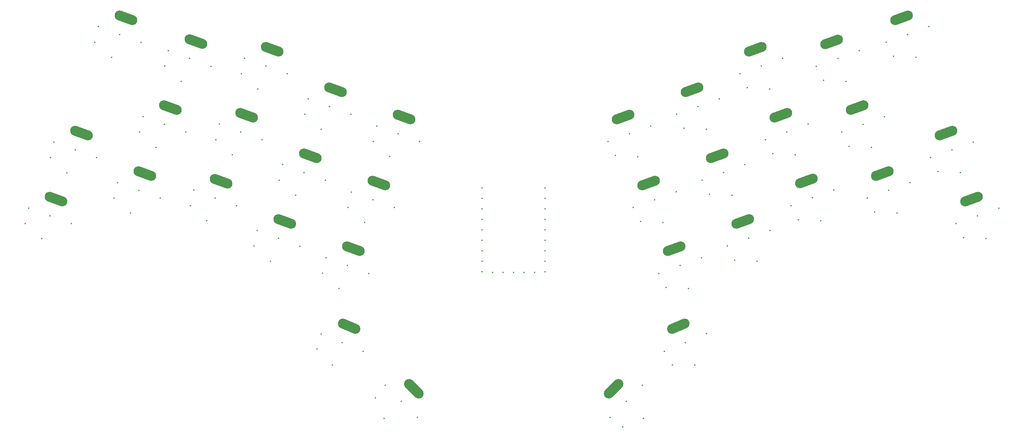
<source format=gtl>
%TF.GenerationSoftware,KiCad,Pcbnew,(6.0.11)*%
%TF.CreationDate,2024-03-25T22:13:46+09:00*%
%TF.ProjectId,gku34-bottom-plate,676b7533-342d-4626-9f74-746f6d2d706c,rev?*%
%TF.SameCoordinates,Original*%
%TF.FileFunction,Copper,L1,Top*%
%TF.FilePolarity,Positive*%
%FSLAX46Y46*%
G04 Gerber Fmt 4.6, Leading zero omitted, Abs format (unit mm)*
G04 Created by KiCad (PCBNEW (6.0.11)) date 2024-03-25 22:13:46*
%MOMM*%
%LPD*%
G01*
G04 APERTURE LIST*
G04 Aperture macros list*
%AMHorizOval*
0 Thick line with rounded ends*
0 $1 width*
0 $2 $3 position (X,Y) of the first rounded end (center of the circle)*
0 $4 $5 position (X,Y) of the second rounded end (center of the circle)*
0 Add line between two ends*
20,1,$1,$2,$3,$4,$5,0*
0 Add two circle primitives to create the rounded ends*
1,1,$1,$2,$3*
1,1,$1,$4,$5*%
G04 Aperture macros list end*
%ADD10HorizOval,2.399999X-1.550493X-0.564333X1.550493X0.564333X0*%
%ADD11C,0.350000*%
%ADD12HorizOval,2.399999X-1.550493X0.564333X1.550493X-0.564333X0*%
%ADD13HorizOval,2.399999X-1.166726X-1.166726X1.166726X1.166726X0*%
%ADD14HorizOval,2.399999X-1.166726X1.166726X1.166726X-1.166726X0*%
%ADD15HorizOval,2.399999X-1.518833X0.644706X1.518833X-0.644706X0*%
%ADD16HorizOval,2.399999X-1.518833X-0.644706X1.518833X0.644706X0*%
G04 APERTURE END LIST*
D10*
X198000000Y-32670000D03*
D11*
X201494762Y-42271779D03*
X204645152Y-34846482D03*
X196078056Y-42008526D03*
X194308534Y-38608704D03*
X199476843Y-36727593D03*
X65242081Y-74234186D03*
X62091691Y-66808889D03*
X67260000Y-68690000D03*
X61261860Y-70550731D03*
X72428309Y-70571111D03*
D12*
X68736843Y-64632407D03*
D11*
X147125000Y-84025000D03*
X147125000Y-81485000D03*
X131885000Y-66245000D03*
X144585000Y-86768200D03*
X134425000Y-86768200D03*
X147125000Y-76405000D03*
X147125000Y-86565000D03*
X131885000Y-68785000D03*
X139505000Y-86768200D03*
X147125000Y-68785000D03*
X131885000Y-84025000D03*
X131885000Y-71325000D03*
X131885000Y-76405000D03*
X147125000Y-73865000D03*
X131885000Y-86565000D03*
X147125000Y-78945000D03*
X136965000Y-86768200D03*
X131885000Y-73865000D03*
X131885000Y-78945000D03*
X147125000Y-71325000D03*
X131885000Y-81485000D03*
X142045000Y-86768200D03*
X147125000Y-66245000D03*
X67421860Y-54550731D03*
D12*
X74896843Y-48632407D03*
D11*
X73420000Y-52690000D03*
X68251691Y-50808889D03*
X78588309Y-54571111D03*
X71402081Y-58234186D03*
D12*
X113036843Y-49092407D03*
D11*
X109542081Y-58694186D03*
X105561860Y-55010731D03*
X116728309Y-55031111D03*
X106391691Y-51268889D03*
X111560000Y-53150000D03*
X214541213Y-40180933D03*
X219957919Y-40444186D03*
D10*
X216463157Y-30842407D03*
D11*
X217940000Y-34900000D03*
X223108309Y-33018889D03*
X212771691Y-36781111D03*
X42811860Y-68720731D03*
D12*
X50286843Y-62802407D03*
D11*
X46792081Y-72404186D03*
X48810000Y-66860000D03*
X53978309Y-68741111D03*
X43641691Y-64978889D03*
X100251691Y-67258889D03*
D12*
X106896843Y-65082407D03*
D11*
X110588309Y-71021111D03*
X99421860Y-71000731D03*
X103402081Y-74684186D03*
X105420000Y-69140000D03*
X240018309Y-27198889D03*
X234850000Y-29080000D03*
X229681691Y-30961111D03*
D10*
X233373157Y-25022407D03*
D11*
X236867919Y-34624186D03*
X231451213Y-34360933D03*
X66281466Y-36778704D03*
X55115017Y-36758324D03*
X61113157Y-34897593D03*
D12*
X62590000Y-30840000D03*
D11*
X55944848Y-33016482D03*
X59095238Y-40441779D03*
X166750000Y-117970000D03*
X170921930Y-122141930D03*
X162860913Y-121859087D03*
D13*
X163696713Y-114916713D03*
D11*
X170639087Y-114080913D03*
X165901472Y-124192540D03*
X196410000Y-78480000D03*
D10*
X194933157Y-74422407D03*
D11*
X201578309Y-76598889D03*
X191241691Y-80361111D03*
X193011213Y-83760933D03*
X198427919Y-84024186D03*
X248388056Y-78308526D03*
D10*
X250310000Y-68970000D03*
D11*
X246618534Y-74908704D03*
X251786843Y-73027593D03*
X256955152Y-71146482D03*
X253804762Y-78571779D03*
X235418309Y-64978889D03*
D10*
X228773157Y-62802407D03*
D11*
X230250000Y-66860000D03*
X232267919Y-72404186D03*
X225081691Y-68741111D03*
X226851213Y-72140933D03*
D12*
X84106843Y-74442407D03*
D11*
X76631860Y-80360731D03*
X87798309Y-80381111D03*
X77461691Y-76618889D03*
X80612081Y-84044186D03*
X82630000Y-78500000D03*
X205641691Y-52701111D03*
D10*
X204164848Y-48643518D03*
D11*
X200473382Y-54582222D03*
X202242904Y-57982044D03*
X210810000Y-50820000D03*
X207659610Y-58245297D03*
X60148309Y-52751111D03*
X54980000Y-50870000D03*
D12*
X56456843Y-46812407D03*
D11*
X52962081Y-56414186D03*
X49811691Y-48988889D03*
X48981860Y-52730731D03*
X184116843Y-46537593D03*
X189285152Y-44656482D03*
D10*
X182640000Y-42480000D03*
D11*
X180718056Y-51818526D03*
X178948534Y-48418704D03*
X186134762Y-52081779D03*
D12*
X28756843Y-68972407D03*
D11*
X25262081Y-78574186D03*
X21281860Y-74890731D03*
X32448309Y-74911111D03*
X22111691Y-71148889D03*
X27280000Y-73030000D03*
X216978309Y-66788889D03*
X206641691Y-70551111D03*
X213827919Y-74214186D03*
D10*
X210333157Y-64612407D03*
D11*
X211810000Y-68670000D03*
X208411213Y-73950933D03*
X97225238Y-90641779D03*
X93245017Y-86958324D03*
X99243157Y-85097593D03*
X104411466Y-86978704D03*
D12*
X100720000Y-81040000D03*
D11*
X94074848Y-83216482D03*
X173656843Y-69127593D03*
X175674762Y-74671779D03*
D10*
X172180000Y-65070000D03*
D11*
X178825152Y-67246482D03*
X168488534Y-71008704D03*
X170258056Y-74408526D03*
X106087460Y-117121472D03*
X116199087Y-121859087D03*
X112310000Y-117970000D03*
D14*
X115363287Y-114916713D03*
D11*
X108420913Y-114080913D03*
X108138070Y-122141930D03*
X92921963Y-101628156D03*
X97984740Y-103777177D03*
D15*
X99671917Y-99802437D03*
D11*
X91897437Y-105321440D03*
X95679426Y-109208156D03*
X103047517Y-105926198D03*
X169514762Y-58701779D03*
X167496843Y-53157593D03*
X164098056Y-58438526D03*
D10*
X166020000Y-49100000D03*
D11*
X172665152Y-51276482D03*
X162328534Y-55038704D03*
D12*
X90266843Y-58462407D03*
D11*
X82791860Y-64380731D03*
X88790000Y-62520000D03*
X86772081Y-68064186D03*
X93958309Y-64401111D03*
X83621691Y-60638889D03*
X220698056Y-56168526D03*
X218928534Y-52768704D03*
X226114762Y-56431779D03*
D10*
X222620000Y-46830000D03*
D11*
X224096843Y-50887593D03*
X229265152Y-49006482D03*
X177962254Y-109221574D03*
D16*
X179392823Y-99795260D03*
D11*
X186142777Y-101620979D03*
X183385314Y-109200979D03*
X181080000Y-103770000D03*
X176017223Y-105919021D03*
X39021691Y-27198889D03*
D12*
X45666843Y-25022407D03*
D11*
X38191860Y-30940731D03*
X49358309Y-30961111D03*
X42172081Y-34624186D03*
X44190000Y-29080000D03*
X195438309Y-60628889D03*
X190270000Y-62510000D03*
X185101691Y-64391111D03*
X186871213Y-67790933D03*
D10*
X188793157Y-58452407D03*
D11*
X192287919Y-68054186D03*
X74421691Y-34858889D03*
D12*
X81066843Y-32682407D03*
D11*
X77572081Y-42284186D03*
X73591860Y-38600731D03*
X84758309Y-38621111D03*
X79590000Y-36740000D03*
X184985152Y-83216482D03*
X174648534Y-86978704D03*
D10*
X178340000Y-81040000D03*
D11*
X181834762Y-90641779D03*
X176418056Y-90378526D03*
X179816843Y-85097593D03*
D10*
X244140000Y-52980000D03*
D11*
X247634762Y-62581779D03*
X242218056Y-62318526D03*
X250785152Y-55156482D03*
X245616843Y-57037593D03*
X240448534Y-58918704D03*
D12*
X96426843Y-42472407D03*
D11*
X88951860Y-48390731D03*
X100118309Y-48411111D03*
X92932081Y-52074186D03*
X89781691Y-44648889D03*
X94950000Y-46530000D03*
D12*
X34910000Y-52990000D03*
D11*
X28264848Y-55166482D03*
X33433157Y-57047593D03*
X27435017Y-58908324D03*
X38601466Y-58928704D03*
X31415238Y-62591779D03*
M02*

</source>
